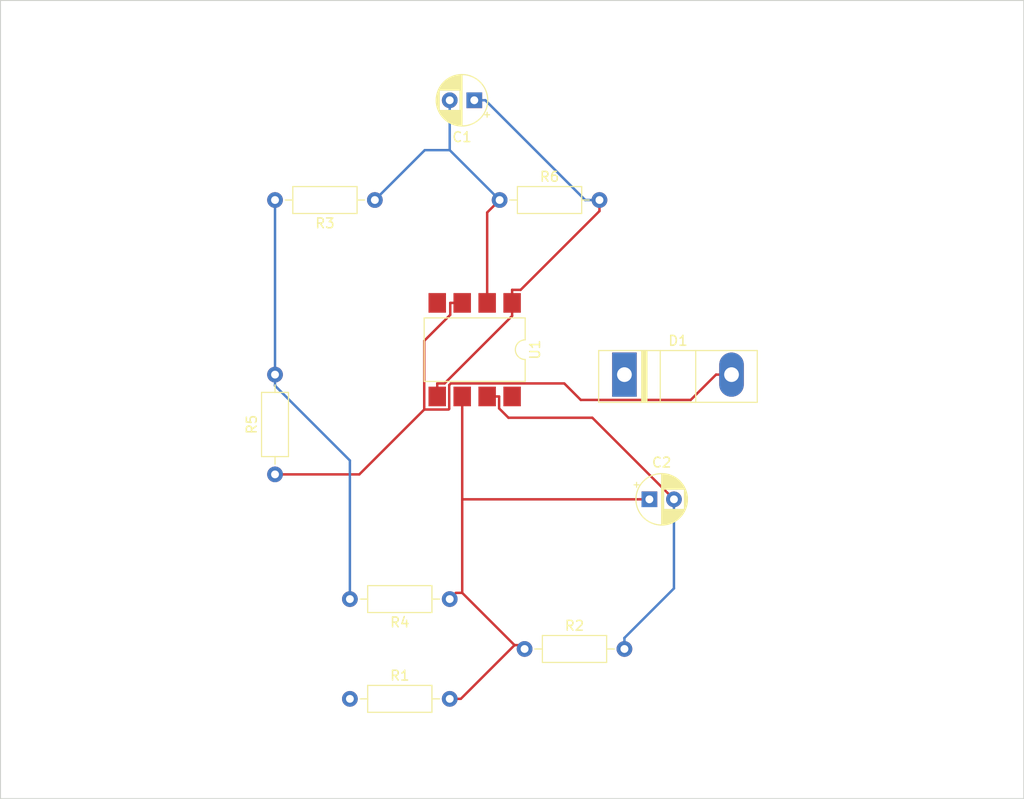
<source format=kicad_pcb>
(kicad_pcb (version 20211014) (generator pcbnew)
  (layers (0 "F.Cu" signal) (31 "B.Cu" signal) (34 "B.Paste" user) (35 "F.Paste" user) (36 "B.SilkS" user "B.Silkscreen") (37 "F.SilkS" user "F.Silkscreen") (38 "B.Mask" user) (39 "F.Mask" user) (44 "Edge.Cuts" user))
  (net 0 "")
  (net 2 "Net-(D1-Pad1)")
  (net 3 "Net-(D1-Pad2)")
  (net 4 "GNDPWR")
  (net 5 "Net-(U1-Pad1)")
  (net 6 "Net-(R3-Pad1)")
  (net 7 "Net-(R4-Pad1)")
  (net 8 "Net-(U1-Pad7)")
  (net 9 "GND")
  (net 10 "+5V")
  (footprint "Package_DIP:SMDIP-8_W9.53mm" (layer "F.Cu") (at 698.5 195.58 -90)
    (fp_text reference "U1" (at 0 -6.14 90) (layer "F.SilkS"))
    (fp_text value "LM358")
    (fp_line (start 3.235 5.14) (end 3.235 -5.14) (layer "F.SilkS") (width 0.12))
    (fp_line (start -3.235 5.14) (end 3.235 5.14) (layer "F.SilkS") (width 0.12))
    (fp_line (start -1 -5.14) (end -3.235 -5.14) (layer "F.SilkS") (width 0.12))
    (fp_line (start 3.235 -5.14) (end 1 -5.14) (layer "F.SilkS") (width 0.12))
    (fp_line (start -3.235 -5.14) (end -3.235 5.14) (layer "F.SilkS") (width 0.12))
    (fp_arc (start 1 -5.14) (mid 0 -4.14) (end -1 -5.14) (layer "F.SilkS") (width 0.12))
    (pad "1" smd rect locked (at -4.765 -3.81 270) (size 2 1.78) (layers "F.Cu" "F.Paste" "F.Mask") (net 5 "Net-(U1-Pad1)"))
    (pad "2" smd rect locked (at -4.765 -1.27 270) (size 2 1.78) (layers "F.Cu" "F.Paste" "F.Mask") (net 6 "Net-(R3-Pad1)"))
    (pad "3" smd rect locked (at -4.765 1.27 270) (size 2 1.78) (layers "F.Cu" "F.Paste" "F.Mask") (net 3 "Net-(D1-Pad2)"))
    (pad "4" smd rect locked (at -4.765 3.81 270) (size 2 1.78) (layers "F.Cu" "F.Paste" "F.Mask") (net 9 "GND"))
    (pad "5" smd rect locked (at 4.765 3.81 270) (size 2 1.78) (layers "F.Cu" "F.Paste" "F.Mask") (net 5 "Net-(U1-Pad1)"))
    (pad "6" smd rect locked (at 4.765 1.27 270) (size 2 1.78) (layers "F.Cu" "F.Paste" "F.Mask") (net 7 "Net-(R4-Pad1)"))
    (pad "7" smd rect locked (at 4.765 -1.27 270) (size 2 1.78) (layers "F.Cu" "F.Paste" "F.Mask") (net 8 "Net-(U1-Pad7)"))
    (pad "8" smd rect locked (at 4.765 -3.81 270) (size 2 1.78) (layers "F.Cu" "F.Paste" "F.Mask") (net 10 "+5V"))
  )
  (footprint "Diode_THT:D_DO-247_Vertical" (layer "F.Cu") (at 713.74 198.12)
    (fp_text reference "D1" (at 5.45 -3.45) (layer "F.SilkS"))
    (fp_text value "D_Photo")
    (fp_line (start 3.646 -2.451) (end 3.646 2.82) (layer "F.SilkS") (width 0.12))
    (fp_line (start 13.52 -2.451) (end 13.52 2.82) (layer "F.SilkS") (width 0.12))
    (fp_line (start -2.62 2.82) (end 13.52 2.82) (layer "F.SilkS") (width 0.12))
    (fp_line (start 7.255 -2.451) (end 7.255 2.82) (layer "F.SilkS") (width 0.12))
    (fp_line (start -2.62 -2.451) (end -2.62 2.82) (layer "F.SilkS") (width 0.12))
    (fp_line (start -2.62 -2.451) (end 13.52 -2.451) (layer "F.SilkS") (width 0.12))
    (fp_poly (pts (xy 2.3 2.8) (xy 1.75 2.8) (xy 1.75 -2.45) (xy 2.3 -2.45)) (layer "F.SilkS") (width 0.1) (fill solid))
    (pad "1" thru_hole rect locked (at 0 0) (size 2.5 4.5) (drill 1.5) (layers *.Cu *.Mask) (net 2 "Net-(D1-Pad1)"))
    (pad "2" thru_hole oval locked (at 10.9 0) (size 2.5 4.5) (drill 1.5) (layers *.Cu *.Mask) (net 3 "Net-(D1-Pad2)"))
  )
  (footprint "Resistor_THT:R_Axial_DIN0207_L6.3mm_D2.5mm_P10.16mm_Horizontal" (layer "F.Cu") (at 685.8 231.14)
    (fp_text reference "R1" (at 5.08 -2.37) (layer "F.SilkS"))
    (fp_text value "300 Ω")
    (fp_line (start 1.81 1.37) (end 8.35 1.37) (layer "F.SilkS") (width 0.12))
    (fp_line (start 9.12 0) (end 8.35 0) (layer "F.SilkS") (width 0.12))
    (fp_line (start 1.81 -1.37) (end 1.81 1.37) (layer "F.SilkS") (width 0.12))
    (fp_line (start 8.35 1.37) (end 8.35 -1.37) (layer "F.SilkS") (width 0.12))
    (fp_line (start 8.35 -1.37) (end 1.81 -1.37) (layer "F.SilkS") (width 0.12))
    (fp_line (start 1.04 0) (end 1.81 0) (layer "F.SilkS") (width 0.12))
    (pad "1" thru_hole circle locked (at 0 0) (size 1.6 1.6) (drill 0.8) (layers *.Cu *.Mask))
    (pad "2" thru_hole oval locked (at 10.16 0) (size 1.6 1.6) (drill 0.8) (layers *.Cu *.Mask) (net 7 "Net-(R4-Pad1)"))
  )
  (footprint "Resistor_THT:R_Axial_DIN0207_L6.3mm_D2.5mm_P10.16mm_Horizontal" (layer "F.Cu") (at 695.96 220.98 180)
    (fp_text reference "R4" (at 5.08 -2.37) (layer "F.SilkS"))
    (fp_text value "300 Ω")
    (fp_line (start 1.04 0) (end 1.81 0) (layer "F.SilkS") (width 0.12))
    (fp_line (start 8.35 1.37) (end 8.35 -1.37) (layer "F.SilkS") (width 0.12))
    (fp_line (start 9.12 0) (end 8.35 0) (layer "F.SilkS") (width 0.12))
    (fp_line (start 1.81 1.37) (end 8.35 1.37) (layer "F.SilkS") (width 0.12))
    (fp_line (start 8.35 -1.37) (end 1.81 -1.37) (layer "F.SilkS") (width 0.12))
    (fp_line (start 1.81 -1.37) (end 1.81 1.37) (layer "F.SilkS") (width 0.12))
    (pad "1" thru_hole circle locked (at 0 0 180) (size 1.6 1.6) (drill 0.8) (layers *.Cu *.Mask) (net 7 "Net-(R4-Pad1)"))
    (pad "2" thru_hole oval locked (at 10.16 0 180) (size 1.6 1.6) (drill 0.8) (layers *.Cu *.Mask) (net 4 "GNDPWR"))
  )
  (footprint "Resistor_THT:R_Axial_DIN0207_L6.3mm_D2.5mm_P10.16mm_Horizontal" (layer "F.Cu") (at 703.58 226.06)
    (fp_text reference "R2" (at 5.08 -2.37) (layer "F.SilkS"))
    (fp_text value "100kΩ")
    (fp_line (start 1.04 0) (end 1.81 0) (layer "F.SilkS") (width 0.12))
    (fp_line (start 9.12 0) (end 8.35 0) (layer "F.SilkS") (width 0.12))
    (fp_line (start 8.35 1.37) (end 8.35 -1.37) (layer "F.SilkS") (width 0.12))
    (fp_line (start 8.35 -1.37) (end 1.81 -1.37) (layer "F.SilkS") (width 0.12))
    (fp_line (start 1.81 -1.37) (end 1.81 1.37) (layer "F.SilkS") (width 0.12))
    (fp_line (start 1.81 1.37) (end 8.35 1.37) (layer "F.SilkS") (width 0.12))
    (pad "1" thru_hole circle locked (at 0 0) (size 1.6 1.6) (drill 0.8) (layers *.Cu *.Mask) (net 7 "Net-(R4-Pad1)"))
    (pad "2" thru_hole oval locked (at 10.16 0) (size 1.6 1.6) (drill 0.8) (layers *.Cu *.Mask) (net 8 "Net-(U1-Pad7)"))
  )
  (footprint "Resistor_THT:R_Axial_DIN0207_L6.3mm_D2.5mm_P10.16mm_Horizontal" (layer "F.Cu") (at 688.34 180.34 180)
    (fp_text reference "R3" (at 5.08 -2.37) (layer "F.SilkS"))
    (fp_text value "300 Ω")
    (fp_line (start 8.35 1.37) (end 8.35 -1.37) (layer "F.SilkS") (width 0.12))
    (fp_line (start 9.12 0) (end 8.35 0) (layer "F.SilkS") (width 0.12))
    (fp_line (start 1.81 1.37) (end 8.35 1.37) (layer "F.SilkS") (width 0.12))
    (fp_line (start 8.35 -1.37) (end 1.81 -1.37) (layer "F.SilkS") (width 0.12))
    (fp_line (start 1.04 0) (end 1.81 0) (layer "F.SilkS") (width 0.12))
    (fp_line (start 1.81 -1.37) (end 1.81 1.37) (layer "F.SilkS") (width 0.12))
    (pad "1" thru_hole circle locked (at 0 0 180) (size 1.6 1.6) (drill 0.8) (layers *.Cu *.Mask) (net 6 "Net-(R3-Pad1)"))
    (pad "2" thru_hole oval locked (at 10.16 0 180) (size 1.6 1.6) (drill 0.8) (layers *.Cu *.Mask) (net 4 "GNDPWR"))
  )
  (footprint "Resistor_THT:R_Axial_DIN0207_L6.3mm_D2.5mm_P10.16mm_Horizontal" (layer "F.Cu") (at 701.04 180.34)
    (fp_text reference "R6" (at 5.08 -2.37) (layer "F.SilkS"))
    (fp_text value "68k Ω")
    (fp_line (start 9.12 0) (end 8.35 0) (layer "F.SilkS") (width 0.12))
    (fp_line (start 1.81 -1.37) (end 1.81 1.37) (layer "F.SilkS") (width 0.12))
    (fp_line (start 8.35 1.37) (end 8.35 -1.37) (layer "F.SilkS") (width 0.12))
    (fp_line (start 8.35 -1.37) (end 1.81 -1.37) (layer "F.SilkS") (width 0.12))
    (fp_line (start 1.04 0) (end 1.81 0) (layer "F.SilkS") (width 0.12))
    (fp_line (start 1.81 1.37) (end 8.35 1.37) (layer "F.SilkS") (width 0.12))
    (pad "1" thru_hole circle locked (at 0 0) (size 1.6 1.6) (drill 0.8) (layers *.Cu *.Mask) (net 6 "Net-(R3-Pad1)"))
    (pad "2" thru_hole oval locked (at 10.16 0) (size 1.6 1.6) (drill 0.8) (layers *.Cu *.Mask) (net 5 "Net-(U1-Pad1)"))
  )
  (footprint "Resistor_THT:R_Axial_DIN0207_L6.3mm_D2.5mm_P10.16mm_Horizontal" (layer "F.Cu") (at 678.18 208.28 90)
    (fp_text reference "R5" (at 5.08 -2.37 90) (layer "F.SilkS"))
    (fp_text value "100kΩ")
    (fp_line (start 8.35 -1.37) (end 1.81 -1.37) (layer "F.SilkS") (width 0.12))
    (fp_line (start 8.35 1.37) (end 8.35 -1.37) (layer "F.SilkS") (width 0.12))
    (fp_line (start 1.81 1.37) (end 8.35 1.37) (layer "F.SilkS") (width 0.12))
    (fp_line (start 9.12 0) (end 8.35 0) (layer "F.SilkS") (width 0.12))
    (fp_line (start 1.81 -1.37) (end 1.81 1.37) (layer "F.SilkS") (width 0.12))
    (fp_line (start 1.04 0) (end 1.81 0) (layer "F.SilkS") (width 0.12))
    (pad "1" thru_hole circle locked (at 0 0 90) (size 1.6 1.6) (drill 0.8) (layers *.Cu *.Mask) (net 3 "Net-(D1-Pad2)"))
    (pad "2" thru_hole oval locked (at 10.16 0 90) (size 1.6 1.6) (drill 0.8) (layers *.Cu *.Mask) (net 4 "GNDPWR"))
  )
  (footprint "Capacitor_THT:CP_Radial_D5.0mm_P2.50mm" (layer "F.Cu") (at 716.28 210.82)
    (fp_text reference "C2" (at 1.25 -3.75) (layer "F.SilkS"))
    (fp_text value "2.2 μF")
    (fp_line (start 3.251 -1.653) (end 3.251 -1.04) (layer "F.SilkS") (width 0.12))
    (fp_line (start 2.691 -2.149) (end 2.691 -1.04) (layer "F.SilkS") (width 0.12))
    (fp_line (start 3.051 -1.864) (end 3.051 -1.04) (layer "F.SilkS") (width 0.12))
    (fp_line (start 3.451 1.04) (end 3.451 1.383) (layer "F.SilkS") (width 0.12))
    (fp_line (start 2.651 -2.175) (end 2.651 -1.04) (layer "F.SilkS") (width 0.12))
    (fp_line (start 3.131 -1.785) (end 3.131 -1.04) (layer "F.SilkS") (width 0.12))
    (fp_line (start 1.89 1.04) (end 1.89 2.501) (layer "F.SilkS") (width 0.12))
    (fp_line (start 2.571 1.04) (end 2.571 2.224) (layer "F.SilkS") (width 0.12))
    (fp_line (start 3.291 -1.605) (end 3.291 -1.04) (layer "F.SilkS") (width 0.12))
    (fp_line (start 3.291 1.04) (end 3.291 1.605) (layer "F.SilkS") (width 0.12))
    (fp_line (start 3.451 -1.383) (end 3.451 -1.04) (layer "F.SilkS") (width 0.12))
    (fp_line (start 1.53 1.04) (end 1.53 2.565) (layer "F.SilkS") (width 0.12))
    (fp_line (start 2.731 -2.122) (end 2.731 -1.04) (layer "F.SilkS") (width 0.12))
    (fp_line (start 1.89 -2.501) (end 1.89 -1.04) (layer "F.SilkS") (width 0.12))
    (fp_line (start 2.451 -2.29) (end 2.451 -1.04) (layer "F.SilkS") (width 0.12))
    (fp_line (start 2.611 1.04) (end 2.611 2.2) (layer "F.SilkS") (width 0.12))
    (fp_line (start 2.891 -2.004) (end 2.891 -1.04) (layer "F.SilkS") (width 0.12))
    (fp_line (start 2.211 1.04) (end 2.211 2.398) (layer "F.SilkS") (width 0.12))
    (fp_line (start 1.33 -2.579) (end 1.33 2.579) (layer "F.SilkS") (width 0.12))
    (fp_line (start 3.411 -1.443) (end 3.411 -1.04) (layer "F.SilkS") (width 0.12))
    (fp_line (start 1.81 1.04) (end 1.81 2.52) (layer "F.SilkS") (width 0.12))
    (fp_line (start 3.011 -1.901) (end 3.011 -1.04) (layer "F.SilkS") (width 0.12))
    (fp_line (start 2.091 -2.442) (end 2.091 -1.04) (layer "F.SilkS") (width 0.12))
    (fp_line (start 3.211 1.04) (end 3.211 1.699) (layer "F.SilkS") (width 0.12))
    (fp_line (start 3.531 1.04) (end 3.531 1.251) (layer "F.SilkS") (width 0.12))
    (fp_line (start 3.411 1.04) (end 3.411 1.443) (layer "F.SilkS") (width 0.12))
    (fp_line (start 1.85 1.04) (end 1.85 2.511) (layer "F.SilkS") (width 0.12))
    (fp_line (start 1.85 -2.511) (end 1.85 -1.04) (layer "F.SilkS") (width 0.12))
    (fp_line (start 2.211 -2.398) (end 2.211 -1.04) (layer "F.SilkS") (width 0.12))
    (fp_line (start 1.57 -2.561) (end 1.57 -1.04) (layer "F.SilkS") (width 0.12))
    (fp_line (start 1.53 -2.565) (end 1.53 -1.04) (layer "F.SilkS") (width 0.12))
    (fp_line (start 1.29 -2.58) (end 1.29 2.58) (layer "F.SilkS") (width 0.12))
    (fp_line (start 2.491 -2.268) (end 2.491 -1.04) (layer "F.SilkS") (width 0.12))
    (fp_line (start 1.61 -2.556) (end 1.61 -1.04) (layer "F.SilkS") (width 0.12))
    (fp_line (start 3.051 1.04) (end 3.051 1.864) (layer "F.SilkS") (width 0.12))
    (fp_line (start 3.011 1.04) (end 3.011 1.901) (layer "F.SilkS") (width 0.12))
    (fp_line (start 2.851 1.04) (end 2.851 2.035) (layer "F.SilkS") (width 0.12))
    (fp_line (start 2.171 -2.414) (end 2.171 -1.04) (layer "F.SilkS") (width 0.12))
    (fp_line (start 1.93 1.04) (end 1.93 2.491) (layer "F.SilkS") (width 0.12))
    (fp_line (start 2.691 1.04) (end 2.691 2.149) (layer "F.SilkS") (width 0.12))
    (fp_line (start 3.171 -1.743) (end 3.171 -1.04) (layer "F.SilkS") (width 0.12))
    (fp_line (start 3.811 -0.518) (end 3.811 0.518) (layer "F.SilkS") (width 0.12))
    (fp_line (start -1.304775 -1.725) (end -1.304775 -1.225) (layer "F.SilkS") (width 0.12))
    (fp_line (start 1.61 1.04) (end 1.61 2.556) (layer "F.SilkS") (width 0.12))
    (fp_line (start 1.41 -2.576) (end 1.41 2.576) (layer "F.SilkS") (width 0.12))
    (fp_line (start 3.531 -1.251) (end 3.531 -1.04) (layer "F.SilkS") (width 0.12))
    (fp_line (start 2.571 -2.224) (end 2.571 -1.04) (layer "F.SilkS") (width 0.12))
    (fp_line (start 1.37 -2.578) (end 1.37 2.578) (layer "F.SilkS") (width 0.12))
    (fp_line (start 3.131 1.04) (end 3.131 1.785) (layer "F.SilkS") (width 0.12))
    (fp_line (start 2.971 1.04) (end 2.971 1.937) (layer "F.SilkS") (width 0.12))
    (fp_line (start 2.051 -2.455) (end 2.051 -1.04) (layer "F.SilkS") (width 0.12))
    (fp_line (start 1.73 1.04) (end 1.73 2.536) (layer "F.SilkS") (width 0.12))
    (fp_line (start 3.691 -0.915) (end 3.691 0.915) (layer "F.SilkS") (width 0.12))
    (fp_line (start 2.651 1.04) (end 2.651 2.175) (layer "F.SilkS") (width 0.12))
    (fp_line (start 2.291 -2.365) (end 2.291 -1.04) (layer "F.SilkS") (width 0.12))
    (fp_line (start 2.131 1.04) (end 2.131 2.428) (layer "F.SilkS") (width 0.12))
    (fp_line (start 3.771 -0.677) (end 3.771 0.677) (layer "F.SilkS") (width 0.12))
    (fp_line (start 2.531 1.04) (end 2.531 2.247) (layer "F.SilkS") (width 0.12))
    (fp_line (start 2.811 1.04) (end 2.811 2.065) (layer "F.SilkS") (width 0.12))
    (fp_line (start 1.93 -2.491) (end 1.93 -1.04) (layer "F.SilkS") (width 0.12))
    (fp_line (start 2.131 -2.428) (end 2.131 -1.04) (layer "F.SilkS") (width 0.12))
    (fp_line (start 2.891 1.04) (end 2.891 2.004) (layer "F.SilkS") (width 0.12))
    (fp_line (start 2.331 -2.348) (end 2.331 -1.04) (layer "F.SilkS") (width 0.12))
    (fp_line (start 2.811 -2.065) (end 2.811 -1.04) (layer "F.SilkS") (width 0.12))
    (fp_line (start 3.571 -1.178) (end 3.571 1.178) (layer "F.SilkS") (width 0.12))
    (fp_line (start 2.411 -2.31) (end 2.411 -1.04) (layer "F.SilkS") (width 0.12))
    (fp_line (start 2.851 -2.035) (end 2.851 -1.04) (layer "F.SilkS") (width 0.12))
    (fp_line (start 3.251 1.04) (end 3.251 1.653) (layer "F.SilkS") (width 0.12))
    (fp_line (start 1.45 -2.573) (end 1.45 2.573) (layer "F.SilkS") (width 0.12))
    (fp_line (start 2.011 -2.468) (end 2.011 -1.04) (layer "F.SilkS") (width 0.12))
    (fp_line (start 3.371 -1.5) (end 3.371 -1.04) (layer "F.SilkS") (width 0.12))
    (fp_line (start 3.331 1.04) (end 3.331 1.554) (layer "F.SilkS") (width 0.12))
    (fp_line (start 1.57 1.04) (end 1.57 2.561) (layer "F.SilkS") (width 0.12))
    (fp_line (start 2.491 1.04) (end 2.491 2.268) (layer "F.SilkS") (width 0.12))
    (fp_line (start 2.251 -2.382) (end 2.251 -1.04) (layer "F.SilkS") (width 0.12))
    (fp_line (start 1.65 -2.55) (end 1.65 -1.04) (layer "F.SilkS") (width 0.12))
    (fp_line (start 3.731 -0.805) (end 3.731 0.805) (layer "F.SilkS") (width 0.12))
    (fp_line (start 3.091 -1.826) (end 3.091 -1.04) (layer "F.SilkS") (width 0.12))
    (fp_line (start 2.771 1.04) (end 2.771 2.095) (layer "F.SilkS") (width 0.12))
    (fp_line (start 3.491 -1.319) (end 3.491 -1.04) (layer "F.SilkS") (width 0.12))
    (fp_line (start 3.611 -1.098) (end 3.611 1.098) (layer "F.SilkS") (width 0.12))
    (fp_line (start 2.931 -1.971) (end 2.931 -1.04) (layer "F.SilkS") (width 0.12))
    (fp_line (start 2.411 1.04) (end 2.411 2.31) (layer "F.SilkS") (width 0.12))
    (fp_line (start 2.331 1.04) (end 2.331 2.348) (layer "F.SilkS") (width 0.12))
    (fp_line (start 2.371 1.04) (end 2.371 2.329) (layer "F.SilkS") (width 0.12))
    (fp_line (start 2.011 1.04) (end 2.011 2.468) (layer "F.SilkS") (width 0.12))
    (fp_line (start 2.091 1.04) (end 2.091 2.442) (layer "F.SilkS") (width 0.12))
    (fp_line (start 2.611 -2.2) (end 2.611 -1.04) (layer "F.SilkS") (width 0.12))
    (fp_line (start 3.651 -1.011) (end 3.651 1.011) (layer "F.SilkS") (width 0.12))
    (fp_line (start 2.051 1.04) (end 2.051 2.455) (layer "F.SilkS") (width 0.12))
    (fp_line (start 1.77 1.04) (end 1.77 2.528) (layer "F.SilkS") (width 0.12))
    (fp_line (start 2.291 1.04) (end 2.291 2.365) (layer "F.SilkS") (width 0.12))
    (fp_line (start 1.49 1.04) (end 1.49 2.569) (layer "F.SilkS") (width 0.12))
    (fp_line (start 3.371 1.04) (end 3.371 1.5) (layer "F.SilkS") (width 0.12))
    (fp_line (start 2.971 -1.937) (end 2.971 -1.04) (layer "F.SilkS") (width 0.12))
    (fp_line (start -1.554775 -1.475) (end -1.054775 -1.475) (layer "F.SilkS") (width 0.12))
    (fp_line (start 3.851 -0.284) (end 3.851 0.284) (layer "F.SilkS") (width 0.12))
    (fp_line (start 1.81 -2.52) (end 1.81 -1.04) (layer "F.SilkS") (width 0.12))
    (fp_line (start 2.451 1.04) (end 2.451 2.29) (layer "F.SilkS") (width 0.12))
    (fp_line (start 2.371 -2.329) (end 2.371 -1.04) (layer "F.SilkS") (width 0.12))
    (fp_line (start 1.971 -2.48) (end 1.971 -1.04) (layer "F.SilkS") (width 0.12))
    (fp_line (start 3.331 -1.554) (end 3.331 -1.04) (layer "F.SilkS") (width 0.12))
    (fp_line (start 1.69 -2.543) (end 1.69 -1.04) (layer "F.SilkS") (width 0.12))
    (fp_line (start 1.49 -2.569) (end 1.49 -1.04) (layer "F.SilkS") (width 0.12))
    (fp_line (start 2.251 1.04) (end 2.251 2.382) (layer "F.SilkS") (width 0.12))
    (fp_line (start 2.771 -2.095) (end 2.771 -1.04) (layer "F.SilkS") (width 0.12))
    (fp_line (start 1.971 1.04) (end 1.971 2.48) (layer "F.SilkS") (width 0.12))
    (fp_line (start 1.69 1.04) (end 1.69 2.543) (layer "F.SilkS") (width 0.12))
    (fp_line (start 3.211 -1.699) (end 3.211 -1.04) (layer "F.SilkS") (width 0.12))
    (fp_line (start 2.931 1.04) (end 2.931 1.971) (layer "F.SilkS") (width 0.12))
    (fp_line (start 2.731 1.04) (end 2.731 2.122) (layer "F.SilkS") (width 0.12))
    (fp_line (start 1.65 1.04) (end 1.65 2.55) (layer "F.SilkS") (width 0.12))
    (fp_line (start 3.171 1.04) (end 3.171 1.743) (layer "F.SilkS") (width 0.12))
    (fp_line (start 1.25 -2.58) (end 1.25 2.58) (layer "F.SilkS") (width 0.12))
    (fp_line (start 3.491 1.04) (end 3.491 1.319) (layer "F.SilkS") (width 0.12))
    (fp_line (start 2.531 -2.247) (end 2.531 -1.04) (layer "F.SilkS") (width 0.12))
    (fp_line (start 1.77 -2.528) (end 1.77 -1.04) (layer "F.SilkS") (width 0.12))
    (fp_line (start 2.171 1.04) (end 2.171 2.414) (layer "F.SilkS") (width 0.12))
    (fp_line (start 3.091 1.04) (end 3.091 1.826) (layer "F.SilkS") (width 0.12))
    (fp_line (start 1.73 -2.536) (end 1.73 -1.04) (layer "F.SilkS") (width 0.12))
    (fp_circle (center 1.25 0) (end 3.87 0) (layer "F.SilkS") (width 0.12) (fill none))
    (pad "1" thru_hole rect locked (at 0 0) (size 1.6 1.6) (drill 0.8) (layers *.Cu *.Mask) (net 7 "Net-(R4-Pad1)"))
    (pad "2" thru_hole circle locked (at 2.5 0) (size 1.6 1.6) (drill 0.8) (layers *.Cu *.Mask) (net 8 "Net-(U1-Pad7)"))
  )
  (footprint "Capacitor_THT:CP_Radial_D5.0mm_P2.50mm" (layer "F.Cu") (at 698.46 170.18 180)
    (fp_text reference "C1" (at 1.25 -3.75) (layer "F.SilkS"))
    (fp_text value "1 μF")
    (fp_line (start 3.491 1.04) (end 3.491 1.319) (layer "F.SilkS") (width 0.12))
    (fp_line (start 2.011 1.04) (end 2.011 2.468) (layer "F.SilkS") (width 0.12))
    (fp_line (start 2.451 -2.29) (end 2.451 -1.04) (layer "F.SilkS") (width 0.12))
    (fp_line (start 3.011 -1.901) (end 3.011 -1.04) (layer "F.SilkS") (width 0.12))
    (fp_line (start 1.971 -2.48) (end 1.971 -1.04) (layer "F.SilkS") (width 0.12))
    (fp_line (start 3.051 -1.864) (end 3.051 -1.04) (layer "F.SilkS") (width 0.12))
    (fp_line (start 2.131 1.04) (end 2.131 2.428) (layer "F.SilkS") (width 0.12))
    (fp_line (start 3.051 1.04) (end 3.051 1.864) (layer "F.SilkS") (width 0.12))
    (fp_line (start 3.011 1.04) (end 3.011 1.901) (layer "F.SilkS") (width 0.12))
    (fp_line (start 1.93 1.04) (end 1.93 2.491) (layer "F.SilkS") (width 0.12))
    (fp_line (start 2.531 -2.247) (end 2.531 -1.04) (layer "F.SilkS") (width 0.12))
    (fp_line (start 1.61 1.04) (end 1.61 2.556) (layer "F.SilkS") (width 0.12))
    (fp_line (start 1.61 -2.556) (end 1.61 -1.04) (layer "F.SilkS") (width 0.12))
    (fp_line (start 2.811 -2.065) (end 2.811 -1.04) (layer "F.SilkS") (width 0.12))
    (fp_line (start 2.491 -2.268) (end 2.491 -1.04) (layer "F.SilkS") (width 0.12))
    (fp_line (start 3.531 -1.251) (end 3.531 -1.04) (layer "F.SilkS") (width 0.12))
    (fp_line (start 1.65 -2.55) (end 1.65 -1.04) (layer "F.SilkS") (width 0.12))
    (fp_line (start 1.971 1.04) (end 1.971 2.48) (layer "F.SilkS") (width 0.12))
    (fp_line (start 2.811 1.04) (end 2.811 2.065) (layer "F.SilkS") (width 0.12))
    (fp_line (start 2.051 1.04) (end 2.051 2.455) (layer "F.SilkS") (width 0.12))
    (fp_line (start 2.051 -2.455) (end 2.051 -1.04) (layer "F.SilkS") (width 0.12))
    (fp_line (start 2.251 -2.382) (end 2.251 -1.04) (layer "F.SilkS") (width 0.12))
    (fp_line (start 2.171 1.04) (end 2.171 2.414) (layer "F.SilkS") (width 0.12))
    (fp_line (start 3.371 1.04) (end 3.371 1.5) (layer "F.SilkS") (width 0.12))
    (fp_line (start 2.371 1.04) (end 2.371 2.329) (layer "F.SilkS") (width 0.12))
    (fp_line (start 2.691 1.04) (end 2.691 2.149) (layer "F.SilkS") (width 0.12))
    (fp_line (start 2.691 -2.149) (end 2.691 -1.04) (layer "F.SilkS") (width 0.12))
    (fp_line (start 2.251 1.04) (end 2.251 2.382) (layer "F.SilkS") (width 0.12))
    (fp_line (start 1.93 -2.491) (end 1.93 -1.04) (layer "F.SilkS") (width 0.12))
    (fp_line (start 1.37 -2.578) (end 1.37 2.578) (layer "F.SilkS") (width 0.12))
    (fp_line (start 3.251 1.04) (end 3.251 1.653) (layer "F.SilkS") (width 0.12))
    (fp_line (start 3.131 -1.785) (end 3.131 -1.04) (layer "F.SilkS") (width 0.12))
    (fp_line (start 2.731 -2.122) (end 2.731 -1.04) (layer "F.SilkS") (width 0.12))
    (fp_line (start 1.77 -2.528) (end 1.77 -1.04) (layer "F.SilkS") (width 0.12))
    (fp_line (start 1.65 1.04) (end 1.65 2.55) (layer "F.SilkS") (width 0.12))
    (fp_line (start 2.891 1.04) (end 2.891 2.004) (layer "F.SilkS") (width 0.12))
    (fp_line (start 2.611 1.04) (end 2.611 2.2) (layer "F.SilkS") (width 0.12))
    (fp_line (start 2.571 -2.224) (end 2.571 -1.04) (layer "F.SilkS") (width 0.12))
    (fp_line (start 2.171 -2.414) (end 2.171 -1.04) (layer "F.SilkS") (width 0.12))
    (fp_line (start 1.69 -2.543) (end 1.69 -1.04) (layer "F.SilkS") (width 0.12))
    (fp_line (start 1.73 1.04) (end 1.73 2.536) (layer "F.SilkS") (width 0.12))
    (fp_line (start 3.731 -0.805) (end 3.731 0.805) (layer "F.SilkS") (width 0.12))
    (fp_line (start 1.85 -2.511) (end 1.85 -1.04) (layer "F.SilkS") (width 0.12))
    (fp_line (start 1.81 -2.52) (end 1.81 -1.04) (layer "F.SilkS") (width 0.12))
    (fp_line (start 2.731 1.04) (end 2.731 2.122) (layer "F.SilkS") (width 0.12))
    (fp_line (start 3.811 -0.518) (end 3.811 0.518) (layer "F.SilkS") (width 0.12))
    (fp_line (start 2.571 1.04) (end 2.571 2.224) (layer "F.SilkS") (width 0.12))
    (fp_line (start 1.73 -2.536) (end 1.73 -1.04) (layer "F.SilkS") (width 0.12))
    (fp_line (start 3.091 -1.826) (end 3.091 -1.04) (layer "F.SilkS") (width 0.12))
    (fp_line (start 3.571 -1.178) (end 3.571 1.178) (layer "F.SilkS") (width 0.12))
    (fp_line (start 2.931 1.04) (end 2.931 1.971) (layer "F.SilkS") (width 0.12))
    (fp_line (start 3.371 -1.5) (end 3.371 -1.04) (layer "F.SilkS") (width 0.12))
    (fp_line (start 1.57 -2.561) (end 1.57 -1.04) (layer "F.SilkS") (width 0.12))
    (fp_line (start 3.171 1.04) (end 3.171 1.743) (layer "F.SilkS") (width 0.12))
    (fp_line (start 1.89 -2.501) (end 1.89 -1.04) (layer "F.SilkS") (width 0.12))
    (fp_line (start 3.531 1.04) (end 3.531 1.251) (layer "F.SilkS") (width 0.12))
    (fp_line (start 2.891 -2.004) (end 2.891 -1.04) (layer "F.SilkS") (width 0.12))
    (fp_line (start 2.851 1.04) (end 2.851 2.035) (layer "F.SilkS") (width 0.12))
    (fp_line (start 3.651 -1.011) (end 3.651 1.011) (layer "F.SilkS") (width 0.12))
    (fp_line (start 2.091 -2.442) (end 2.091 -1.04) (layer "F.SilkS") (width 0.12))
    (fp_line (start 1.77 1.04) (end 1.77 2.528) (layer "F.SilkS") (width 0.12))
    (fp_line (start 2.371 -2.329) (end 2.371 -1.04) (layer "F.SilkS") (width 0.12))
    (fp_line (start 3.771 -0.677) (end 3.771 0.677) (layer "F.SilkS") (width 0.12))
    (fp_line (start 2.971 -1.937) (end 2.971 -1.04) (layer "F.SilkS") (width 0.12))
    (fp_line (start 2.771 1.04) (end 2.771 2.095) (layer "F.SilkS") (width 0.12))
    (fp_line (start 2.131 -2.428) (end 2.131 -1.04) (layer "F.SilkS") (width 0.12))
    (fp_line (start 3.691 -0.915) (end 3.691 0.915) (layer "F.SilkS") (width 0.12))
    (fp_line (start 3.091 1.04) (end 3.091 1.826) (layer "F.SilkS") (width 0.12))
    (fp_line (start 1.49 1.04) (end 1.49 2.569) (layer "F.SilkS") (width 0.12))
    (fp_line (start 2.011 -2.468) (end 2.011 -1.04) (layer "F.SilkS") (width 0.12))
    (fp_line (start 2.411 -2.31) (end 2.411 -1.04) (layer "F.SilkS") (width 0.12))
    (fp_line (start 2.411 1.04) (end 2.411 2.31) (layer "F.SilkS") (width 0.12))
    (fp_line (start 1.89 1.04) (end 1.89 2.501) (layer "F.SilkS") (width 0.12))
    (fp_line (start 3.451 -1.383) (end 3.451 -1.04) (layer "F.SilkS") (width 0.12))
    (fp_line (start 2.771 -2.095) (end 2.771 -1.04) (layer "F.SilkS") (width 0.12))
    (fp_line (start 2.491 1.04) (end 2.491 2.268) (layer "F.SilkS") (width 0.12))
    (fp_line (start 3.211 -1.699) (end 3.211 -1.04) (layer "F.SilkS") (width 0.12))
    (fp_line (start 3.251 -1.653) (end 3.251 -1.04) (layer "F.SilkS") (width 0.12))
    (fp_line (start 2.931 -1.971) (end 2.931 -1.04) (layer "F.SilkS") (width 0.12))
    (fp_line (start 2.851 -2.035) (end 2.851 -1.04) (layer "F.SilkS") (width 0.12))
    (fp_line (start 2.971 1.04) (end 2.971 1.937) (layer "F.SilkS") (width 0.12))
    (fp_line (start 2.651 1.04) (end 2.651 2.175) (layer "F.SilkS") (width 0.12))
    (fp_line (start 3.331 -1.554) (end 3.331 -1.04) (layer "F.SilkS") (width 0.12))
    (fp_line (start 2.211 1.04) (end 2.211 2.398) (layer "F.SilkS") (width 0.12))
    (fp_line (start 3.131 1.04) (end 3.131 1.785) (layer "F.SilkS") (width 0.12))
    (fp_line (start -1.304775 -1.725) (end -1.304775 -1.225) (layer "F.SilkS") (width 0.12))
    (fp_line (start 1.49 -2.569) (end 1.49 -1.04) (layer "F.SilkS") (width 0.12))
    (fp_line (start 2.331 -2.348) (end 2.331 -1.04) (layer "F.SilkS") (width 0.12))
    (fp_line (start 3.411 -1.443) (end 3.411 -1.04) (layer "F.SilkS") (width 0.12))
    (fp_line (start 2.611 -2.2) (end 2.611 -1.04) (layer "F.SilkS") (width 0.12))
    (fp_line (start 1.53 1.04) (end 1.53 2.565) (layer "F.SilkS") (width 0.12))
    (fp_line (start 1.45 -2.573) (end 1.45 2.573) (layer "F.SilkS") (width 0.12))
    (fp_line (start 3.611 -1.098) (end 3.611 1.098) (layer "F.SilkS") (width 0.12))
    (fp_line (start 2.531 1.04) (end 2.531 2.247) (layer "F.SilkS") (width 0.12))
    (fp_line (start 2.651 -2.175) (end 2.651 -1.04) (layer "F.SilkS") (width 0.12))
    (fp_line (start 2.291 1.04) (end 2.291 2.365) (layer "F.SilkS") (width 0.12))
    (fp_line (start 1.57 1.04) (end 1.57 2.561) (layer "F.SilkS") (width 0.12))
    (fp_line (start 1.69 1.04) (end 1.69 2.543) (layer "F.SilkS") (width 0.12))
    (fp_line (start 3.411 1.04) (end 3.411 1.443) (layer "F.SilkS") (width 0.12))
    (fp_line (start 1.41 -2.576) (end 1.41 2.576) (layer "F.SilkS") (width 0.12))
    (fp_line (start 3.211 1.04) (end 3.211 1.699) (layer "F.SilkS") (width 0.12))
    (fp_line (start 1.33 -2.579) (end 1.33 2.579) (layer "F.SilkS") (width 0.12))
    (fp_line (start 1.53 -2.565) (end 1.53 -1.04) (layer "F.SilkS") (width 0.12))
    (fp_line (start 3.291 -1.605) (end 3.291 -1.04) (layer "F.SilkS") (width 0.12))
    (fp_line (start 3.491 -1.319) (end 3.491 -1.04) (layer "F.SilkS") (width 0.12))
    (fp_line (start 1.81 1.04) (end 1.81 2.52) (layer "F.SilkS") (width 0.12))
    (fp_line (start 1.25 -2.58) (end 1.25 2.58) (layer "F.SilkS") (width 0.12))
    (fp_line (start 3.171 -1.743) (end 3.171 -1.04) (layer "F.SilkS") (width 0.12))
    (fp_line (start 2.451 1.04) (end 2.451 2.29) (layer "F.SilkS") (width 0.12))
    (fp_line (start 1.85 1.04) (end 1.85 2.511) (layer "F.SilkS") (width 0.12))
    (fp_line (start 3.451 1.04) (end 3.451 1.383) (layer "F.SilkS") (width 0.12))
    (fp_line (start -1.554775 -1.475) (end -1.054775 -1.475) (layer "F.SilkS") (width 0.12))
    (fp_line (start 2.211 -2.398) (end 2.211 -1.04) (layer "F.SilkS") (width 0.12))
    (fp_line (start 3.291 1.04) (end 3.291 1.605) (layer "F.SilkS") (width 0.12))
    (fp_line (start 1.29 -2.58) (end 1.29 2.58) (layer "F.SilkS") (width 0.12))
    (fp_line (start 2.331 1.04) (end 2.331 2.348) (layer "F.SilkS") (width 0.12))
    (fp_line (start 2.091 1.04) (end 2.091 2.442) (layer "F.SilkS") (width 0.12))
    (fp_line (start 2.291 -2.365) (end 2.291 -1.04) (layer "F.SilkS") (width 0.12))
    (fp_line (start 3.331 1.04) (end 3.331 1.554) (layer "F.SilkS") (width 0.12))
    (fp_line (start 3.851 -0.284) (end 3.851 0.284) (layer "F.SilkS") (width 0.12))
    (fp_circle (center 1.25 0) (end 3.87 0) (layer "F.SilkS") (width 0.12) (fill none))
    (pad "1" thru_hole rect locked (at 0 0 180) (size 1.6 1.6) (drill 0.8) (layers *.Cu *.Mask) (net 5 "Net-(U1-Pad1)"))
    (pad "2" thru_hole circle locked (at 2.5 0 180) (size 1.6 1.6) (drill 0.8) (layers *.Cu *.Mask) (net 6 "Net-(R3-Pad1)"))
  )
  (gr_line (start 650.24 160.02) (end 754.38 160.02) (layer "Edge.Cuts") (width 0.1))
  (gr_line (start 650.24 160.02) (end 650.24 241.3) (layer "Edge.Cuts") (width 0.1))
  (gr_line (start 754.38 160.02) (end 754.38 241.3) (layer "Edge.Cuts") (width 0.1))
  (gr_line (start 650.24 241.3) (end 754.38 241.3) (layer "Edge.Cuts") (width 0.1))
  (segment (start 696.072 199.018) (end 707.617 199.018) (width 0.25) (layer "F.Cu") (net 3))
  (segment (start 695.835 201.675) (end 695.907 201.603) (width 0.25) (layer "F.Cu") (net 3))
  (segment (start 720.487 200.697) (end 723.064 198.12) (width 0.25) (layer "F.Cu") (net 3))
  (segment (start 697.23 190.815) (end 696.014 190.815) (width 0.25) (layer "F.Cu") (net 3))
  (segment (start 724.64 198.12) (end 723.064 198.12) (width 0.25) (layer "F.Cu") (net 3))
  (segment (start 695.907 199.183) (end 696.072 199.018) (width 0.25) (layer "F.Cu") (net 3))
  (segment (start 707.617 199.018) (end 709.296 200.697) (width 0.25) (layer "F.Cu") (net 3))
  (segment (start 696.014 192.031) (end 696.014 190.815) (width 0.25) (layer "F.Cu") (net 3))
  (segment (start 695.907 201.603) (end 695.907 199.183) (width 0.25) (layer "F.Cu") (net 3))
  (segment (start 693.365 194.68) (end 696.014 192.031) (width 0.25) (layer "F.Cu") (net 3))
  (segment (start 709.296 200.697) (end 720.487 200.697) (width 0.25) (layer "F.Cu") (net 3))
  (segment (start 693.365 201.675) (end 693.365 194.68) (width 0.25) (layer "F.Cu") (net 3))
  (segment (start 678.18 208.28) (end 686.76 208.28) (width 0.25) (layer "F.Cu") (net 3))
  (segment (start 693.365 201.675) (end 695.835 201.675) (width 0.25) (layer "F.Cu") (net 3))
  (segment (start 686.76 208.28) (end 693.365 201.675) (width 0.25) (layer "F.Cu") (net 3))
  (segment (start 678.18 198.12) (end 678.18 180.34) (width 0.25) (layer "B.Cu") (net 4))
  (segment (start 678.18 199.246) (end 685.8 206.866) (width 0.25) (layer "B.Cu") (net 4))
  (segment (start 678.18 198.12) (end 678.18 199.246) (width 0.25) (layer "B.Cu") (net 4))
  (segment (start 685.8 206.866) (end 685.8 220.98) (width 0.25) (layer "B.Cu") (net 4))
  (segment (start 711.2 181.466) (end 703.177 189.489) (width 0.25) (layer "F.Cu") (net 5))
  (segment (start 702.31 190.815) (end 702.31 189.489) (width 0.25) (layer "F.Cu") (net 5))
  (segment (start 702.31 190.815) (end 702.31 192.141) (width 0.25) (layer "F.Cu") (net 5))
  (segment (start 703.177 189.489) (end 702.31 189.489) (width 0.25) (layer "F.Cu") (net 5))
  (segment (start 711.2 180.34) (end 711.2 181.466) (width 0.25) (layer "F.Cu") (net 5))
  (segment (start 694.69 200.345) (end 694.69 199.019) (width 0.25) (layer "F.Cu") (net 5))
  (segment (start 702.31 192.141) (end 695.432 199.019) (width 0.25) (layer "F.Cu") (net 5))
  (segment (start 695.432 199.019) (end 694.69 199.019) (width 0.25) (layer "F.Cu") (net 5))
  (segment (start 698.46 170.18) (end 699.586 170.18) (width 0.25) (layer "B.Cu") (net 5))
  (segment (start 709.746 180.34) (end 711.2 180.34) (width 0.25) (layer "B.Cu") (net 5))
  (segment (start 699.586 170.18) (end 709.746 180.34) (width 0.25) (layer "B.Cu") (net 5))
  (segment (start 699.77 181.61) (end 699.77 190.815) (width 0.25) (layer "F.Cu") (net 6))
  (segment (start 701.04 180.34) (end 699.77 181.61) (width 0.25) (layer "F.Cu") (net 6))
  (segment (start 695.96 175.26) (end 701.04 180.34) (width 0.25) (layer "B.Cu") (net 6))
  (segment (start 693.42 175.26) (end 688.34 180.34) (width 0.25) (layer "B.Cu") (net 6))
  (segment (start 695.96 175.26) (end 693.42 175.26) (width 0.25) (layer "B.Cu") (net 6))
  (segment (start 695.96 170.18) (end 695.96 175.26) (width 0.25) (layer "B.Cu") (net 6))
  (segment (start 697.23 220.345) (end 702.5555 225.6705) (width 0.25) (layer "F.Cu") (net 7))
  (segment (start 702.556 225.67) (end 702.5555 225.6705) (width 0.25) (layer "F.Cu") (net 7))
  (segment (start 703.58 226.06) (end 703.19 225.67) (width 0.25) (layer "F.Cu") (net 7))
  (segment (start 697.23 220.345) (end 697.23 210.82) (width 0.25) (layer "F.Cu") (net 7))
  (segment (start 696.595 220.345) (end 697.23 220.345) (width 0.25) (layer "F.Cu") (net 7))
  (segment (start 716.28 210.82) (end 697.23 210.82) (width 0.25) (layer "F.Cu") (net 7))
  (segment (start 697.23 210.82) (end 697.23 200.345) (width 0.25) (layer "F.Cu") (net 7))
  (segment (start 702.5555 225.6705) (end 697.086 231.14) (width 0.25) (layer "F.Cu") (net 7))
  (segment (start 695.96 231.14) (end 697.086 231.14) (width 0.25) (layer "F.Cu") (net 7))
  (segment (start 695.96 220.98) (end 696.595 220.345) (width 0.25) (layer "F.Cu") (net 7))
  (segment (start 703.19 225.67) (end 702.556 225.67) (width 0.25) (layer "F.Cu") (net 7))
  (segment (start 718.78 210.82) (end 710.472 202.512) (width 0.25) (layer "F.Cu") (net 8))
  (segment (start 700.986 201.561) (end 700.986 200.345) (width 0.25) (layer "F.Cu") (net 8))
  (segment (start 710.472 202.512) (end 701.937 202.512) (width 0.25) (layer "F.Cu") (net 8))
  (segment (start 701.937 202.512) (end 700.986 201.561) (width 0.25) (layer "F.Cu") (net 8))
  (segment (start 699.77 200.345) (end 700.986 200.345) (width 0.25) (layer "F.Cu") (net 8))
  (segment (start 718.78 219.894) (end 713.74 224.934) (width 0.25) (layer "B.Cu") (net 8))
  (segment (start 718.78 210.82) (end 718.78 219.894) (width 0.25) (layer "B.Cu") (net 8))
  (segment (start 713.74 226.06) (end 713.74 224.934) (width 0.25) (layer "B.Cu") (net 8))
)
</source>
